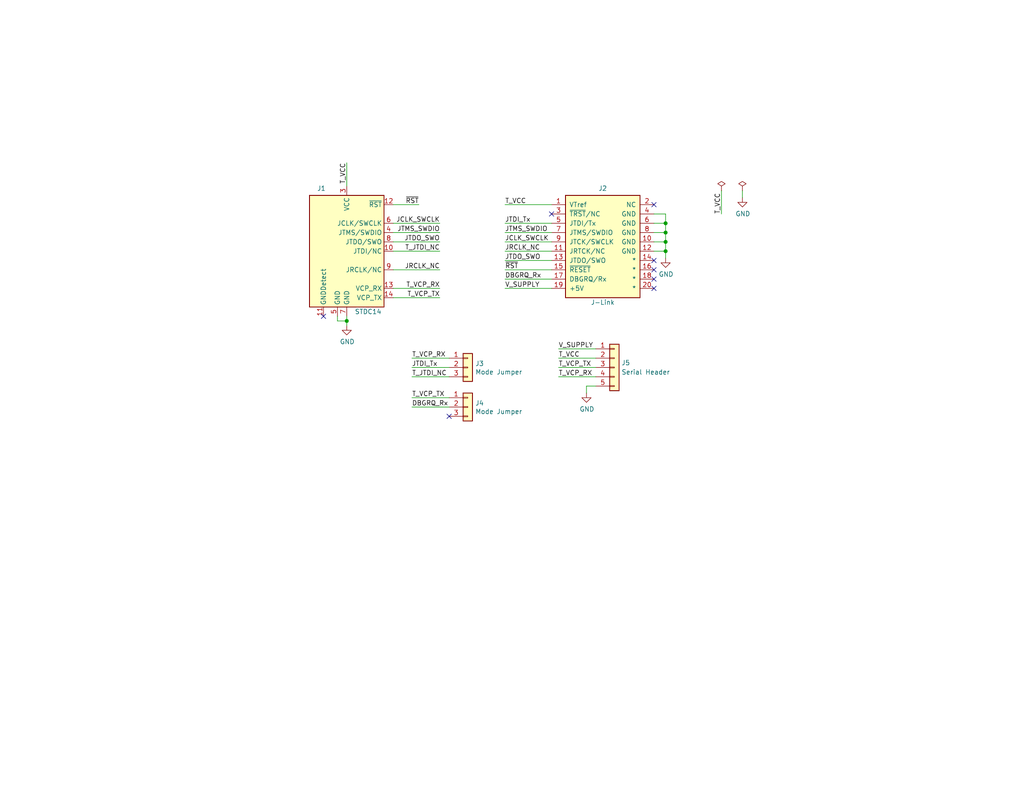
<source format=kicad_sch>
(kicad_sch (version 20211123) (generator eeschema)
  (paper "USLetter")
  (title_block (title "Segger J-Link to STDC14 Adapter") (date "2021-09-29"))
  (lib_symbols
    (symbol "Connector_Generic:Conn_01x03" (pin_names (offset 1.016) hide)
      (property "Reference" "J" (at 0 5.08 0))
      (property "Value" "Conn_01x03" (at 0 -5.08 0))
      (symbol "Conn_01x03_1_1"
        (rectangle (start -1.27 -2.413) (end 0 -2.667) (stroke (width 0.1524)))
        (rectangle (start -1.27 0.127) (end 0 -0.127) (stroke (width 0.1524)))
        (rectangle (start -1.27 2.667) (end 0 2.413) (stroke (width 0.1524)))
        (rectangle (start -1.27 3.81) (end 1.27 -3.81) (stroke (width 0.254)) (fill (type background)))
        (pin passive line (at -5.08 2.54 0) (length 3.81) (name "Pin_1") (number "1"))
        (pin passive line (at -5.08 0 0) (length 3.81) (name "Pin_2") (number "2"))
        (pin passive line (at -5.08 -2.54 0) (length 3.81) (name "Pin_3") (number "3"))
      )
    )
    (symbol "Connector_Generic:Conn_01x05" (pin_names (offset 1.016) hide)
      (property "Reference" "J" (at 0 7.62 0))
      (property "Value" "Conn_01x05" (at 0 -7.62 0))
      (symbol "Conn_01x05_1_1"
        (rectangle (start -1.27 -4.953) (end 0 -5.207) (stroke (width 0.1524)))
        (rectangle (start -1.27 -2.413) (end 0 -2.667) (stroke (width 0.1524)))
        (rectangle (start -1.27 0.127) (end 0 -0.127) (stroke (width 0.1524)))
        (rectangle (start -1.27 2.667) (end 0 2.413) (stroke (width 0.1524)))
        (rectangle (start -1.27 5.207) (end 0 4.953) (stroke (width 0.1524)))
        (rectangle (start -1.27 6.35) (end 1.27 -6.35) (stroke (width 0.254)) (fill (type background)))
        (pin passive line (at -5.08 5.08 0) (length 3.81) (name "Pin_1") (number "1"))
        (pin passive line (at -5.08 2.54 0) (length 3.81) (name "Pin_2") (number "2"))
        (pin passive line (at -5.08 0 0) (length 3.81) (name "Pin_3") (number "3"))
        (pin passive line (at -5.08 -2.54 0) (length 3.81) (name "Pin_4") (number "4"))
        (pin passive line (at -5.08 -5.08 0) (length 3.81) (name "Pin_5") (number "5"))
      )
    )
    (symbol "Project:Conn_JLink" (pin_names (offset 1.016))
      (property "Reference" "J" (at 0 13.97 0))
      (property "Value" "Conn_JLink" (at 0 -16.51 0))
      (symbol "Conn_JLink_1_1"
        (rectangle (start -10.16 12.7) (end 10.16 -15.24) (stroke (width 0.254)) (fill (type background)))
        (pin passive line (at -13.97 10.16 0) (length 3.81) (name "VTref") (number "1"))
        (pin power_in line (at 13.97 0 180) (length 3.81) (name "GND") (number "10"))
        (pin passive line (at -13.97 -2.54 0) (length 3.81) (name "JRTCK/NC") (number "11"))
        (pin power_in line (at 13.97 -2.54 180) (length 3.81) (name "GND") (number "12"))
        (pin passive line (at -13.97 -5.08 0) (length 3.81) (name "JTDO/SWO") (number "13"))
        (pin passive line (at 13.97 -5.08 180) (length 3.81) (name "*") (number "14"))
        (pin passive line (at -13.97 -7.62 0) (length 3.81) (name "~{RESET}") (number "15"))
        (pin passive line (at 13.97 -7.62 180) (length 3.81) (name "*") (number "16"))
        (pin passive line (at -13.97 -10.16 0) (length 3.81) (name "DBGRQ/Rx") (number "17"))
        (pin passive line (at 13.97 -10.16 180) (length 3.81) (name "*") (number "18"))
        (pin power_out line (at -13.97 -12.7 0) (length 3.81) (name "+5V") (number "19"))
        (pin passive line (at 13.97 10.16 180) (length 3.81) (name "NC") (number "2"))
        (pin passive line (at 13.97 -12.7 180) (length 3.81) (name "*") (number "20"))
        (pin passive line (at -13.97 7.62 0) (length 3.81) (name "~{TRST}/NC") (number "3"))
        (pin power_in line (at 13.97 7.62 180) (length 3.81) (name "GND") (number "4"))
        (pin passive line (at -13.97 5.08 0) (length 3.81) (name "JTDI/Tx") (number "5"))
        (pin power_in line (at 13.97 5.08 180) (length 3.81) (name "GND") (number "6"))
        (pin passive line (at -13.97 2.54 0) (length 3.81) (name "JTMS/SWDIO") (number "7"))
        (pin power_in line (at 13.97 2.54 180) (length 3.81) (name "GND") (number "8"))
        (pin passive line (at -13.97 0 0) (length 3.81) (name "JTCK/SWCLK") (number "9"))
      )
    )
    (symbol "Project:Conn_ST_STDC14"
      (property "Reference" "J" (at -8.89 16.51 0))
      (property "Value" "Conn_ST_STDC14" (at 17.78 16.51 0))
      (symbol "Conn_ST_STDC14_0_1"
        (rectangle (start -10.16 15.24) (end 10.16 -15.24) (stroke (width 0.254)) (fill (type background)))
      )
      (symbol "Conn_ST_STDC14_1_1"
        (pin no_connect line (at -10.16 5.08 0) (length 2.54) hide (name "NC") (number "1"))
        (pin output line (at 12.7 0 180) (length 2.54) (name "JTDI/NC") (number "10"))
        (pin passive line (at -6.35 -17.78 90) (length 2.54) (name "GNDDetect") (number "11"))
        (pin open_collector line (at 12.7 12.7 180) (length 2.54) (name "~{RST}") (number "12"))
        (pin output line (at 12.7 -10.16 180) (length 2.54) (name "VCP_RX") (number "13"))
        (pin input line (at 12.7 -12.7 180) (length 2.54) (name "VCP_TX") (number "14"))
        (pin no_connect line (at -10.16 2.54 0) (length 2.54) hide (name "NC") (number "2"))
        (pin power_in line (at 0 17.78 270) (length 2.54) (name "VCC") (number "3"))
        (pin bidirectional line (at 12.7 5.08 180) (length 2.54) (name "JTMS/SWDIO") (number "4"))
        (pin power_in line (at -2.54 -17.78 90) (length 2.54) (name "GND") (number "5"))
        (pin output line (at 12.7 7.62 180) (length 2.54) (name "JCLK/SWCLK") (number "6"))
        (pin power_in line (at 0 -17.78 90) (length 2.54) (name "GND") (number "7"))
        (pin input line (at 12.7 2.54 180) (length 2.54) (name "JTDO/SWO") (number "8"))
        (pin input line (at 12.7 -5.08 180) (length 2.54) (name "JRCLK/NC") (number "9"))
      )
    )
    (symbol "power:GND" (power) (pin_names (offset 0))
      (property "Value" "GND" (at 0 -3.81 0))
      (symbol "GND_0_1"
        (polyline (pts (xy 0 0) (xy 0 -1.27) (xy 1.27 -1.27) (xy 0 -2.54) (xy -1.27 -1.27) (xy 0 -1.27)))
      )
      (symbol "GND_1_1"
        (pin power_in line (at 0 0 270) (length 0) hide (name "GND") (number "1"))
      )
    )
    (symbol "power:PWR_FLAG" (power) (pin_numbers hide) (pin_names (offset 0) hide)
      (property "Value" "PWR_FLAG" (at 0 3.81 0))
      (symbol "PWR_FLAG_0_0"
        (pin power_out line (at 0 0 90) (length 0) (name "pwr") (number "1"))
      )
      (symbol "PWR_FLAG_0_1"
        (polyline (pts (xy 0 0) (xy 0 1.27) (xy -1.016 1.905) (xy 0 2.54) (xy 1.016 1.905) (xy 0 1.27)))
      )
    )
  )
  (junction (at 94.615 87.63))
  (junction (at 181.61 66.04))
  (junction (at 181.61 63.5))
  (junction (at 181.61 68.58))
  (junction (at 181.61 60.96))
  (no_connect (at 122.555 113.665))
  (no_connect (at 178.435 55.88))
  (no_connect (at 178.435 73.66))
  (no_connect (at 178.435 76.2))
  (no_connect (at 178.435 78.74))
  (no_connect (at 178.435 71.12))
  (no_connect (at 150.495 58.42))
  (no_connect (at 88.265 86.36))
  (wire (pts (xy 137.795 55.88) (xy 150.495 55.88)))
  (wire (pts (xy 94.615 86.36) (xy 94.615 87.63)))
  (wire (pts (xy 92.075 86.36) (xy 92.075 87.63)))
  (wire (pts (xy 152.4 100.33) (xy 162.56 100.33)))
  (wire (pts (xy 137.795 76.2) (xy 150.495 76.2)))
  (wire (pts (xy 178.435 58.42) (xy 181.61 58.42)))
  (wire (pts (xy 152.4 97.79) (xy 162.56 97.79)))
  (wire (pts (xy 178.435 68.58) (xy 181.61 68.58)))
  (wire (pts (xy 178.435 66.04) (xy 181.61 66.04)))
  (wire (pts (xy 107.315 68.58) (xy 120.015 68.58)))
  (wire (pts (xy 178.435 60.96) (xy 181.61 60.96)))
  (wire (pts (xy 112.395 111.125) (xy 122.555 111.125)))
  (wire (pts (xy 137.795 71.12) (xy 150.495 71.12)))
  (wire (pts (xy 181.61 66.04) (xy 181.61 68.58)))
  (wire (pts (xy 92.075 87.63) (xy 94.615 87.63)))
  (wire (pts (xy 137.795 73.66) (xy 150.495 73.66)))
  (wire (pts (xy 112.395 100.33) (xy 122.555 100.33)))
  (wire (pts (xy 120.015 78.74) (xy 107.315 78.74)))
  (wire (pts (xy 137.795 60.96) (xy 150.495 60.96)))
  (wire (pts (xy 150.495 63.5) (xy 137.795 63.5)))
  (wire (pts (xy 178.435 63.5) (xy 181.61 63.5)))
  (wire (pts (xy 181.61 68.58) (xy 181.61 70.485)))
  (wire (pts (xy 94.615 44.45) (xy 94.615 50.8)))
  (wire (pts (xy 202.565 52.07) (xy 202.565 53.975)))
  (wire (pts (xy 94.615 87.63) (xy 94.615 88.9)))
  (wire (pts (xy 120.015 81.28) (xy 107.315 81.28)))
  (wire (pts (xy 107.315 66.04) (xy 120.015 66.04)))
  (wire (pts (xy 112.395 97.79) (xy 122.555 97.79)))
  (wire (pts (xy 160.02 105.41) (xy 160.02 107.315)))
  (wire (pts (xy 137.795 78.74) (xy 150.495 78.74)))
  (wire (pts (xy 152.4 102.87) (xy 162.56 102.87)))
  (wire (pts (xy 107.315 55.88) (xy 114.3 55.88)))
  (wire (pts (xy 196.85 52.07) (xy 196.85 58.42)))
  (wire (pts (xy 112.395 108.585) (xy 122.555 108.585)))
  (wire (pts (xy 120.015 73.66) (xy 107.315 73.66)))
  (wire (pts (xy 150.495 66.04) (xy 137.795 66.04)))
  (wire (pts (xy 107.315 60.96) (xy 120.015 60.96)))
  (wire (pts (xy 112.395 102.87) (xy 122.555 102.87)))
  (wire (pts (xy 150.495 68.58) (xy 137.795 68.58)))
  (wire (pts (xy 181.61 63.5) (xy 181.61 66.04)))
  (wire (pts (xy 162.56 105.41) (xy 160.02 105.41)))
  (wire (pts (xy 181.61 58.42) (xy 181.61 60.96)))
  (wire (pts (xy 181.61 60.96) (xy 181.61 63.5)))
  (wire (pts (xy 120.015 63.5) (xy 107.315 63.5)))
  (wire (pts (xy 152.4 95.25) (xy 162.56 95.25)))
  (label "T_VCP_TX" (at 120.015 81.28 180))
  (label "~{RST}" (at 114.3 55.88 180))
  (label "JTDI_Tx" (at 112.395 100.33 0))
  (label "JTDO_SWO" (at 137.795 71.12 0))
  (label "JCLK_SWCLK" (at 137.795 66.04 0))
  (label "DBGRQ_Rx" (at 112.395 111.125 0))
  (label "T_VCC" (at 137.795 55.88 0))
  (label "T_VCC" (at 152.4 97.79 0))
  (label "V_SUPPLY" (at 137.795 78.74 0))
  (label "JTMS_SWDIO" (at 137.795 63.5 0))
  (label "JRCLK_NC" (at 137.795 68.58 0))
  (label "JTDO_SWO" (at 120.015 66.04 180))
  (label "V_SUPPLY" (at 152.4 95.25 0))
  (label "T_JTDI_NC" (at 120.015 68.58 180))
  (label "T_VCP_TX" (at 152.4 100.33 0))
  (label "T_JTDI_NC" (at 112.395 102.87 0))
  (label "T_VCC" (at 196.85 58.42 90))
  (label "JTDI_Tx" (at 137.795 60.96 0))
  (label "T_VCP_RX" (at 120.015 78.74 180))
  (label "~{RST}" (at 137.795 73.66 0))
  (label "JCLK_SWCLK" (at 120.015 60.96 180))
  (label "T_VCC" (at 94.615 44.45 270))
  (label "T_VCP_RX" (at 112.395 97.79 0))
  (label "DBGRQ_Rx" (at 137.795 76.2 0))
  (label "JRCLK_NC" (at 120.015 73.66 180))
  (label "T_VCP_RX" (at 152.4 102.87 0))
  (label "JTMS_SWDIO" (at 120.015 63.5 180))
  (label "T_VCP_TX" (at 112.395 108.585 0))
  (symbol (lib_id "Project:Conn_ST_STDC14") (at 94.615 68.58 0) (unit 1)
    (property "Reference" "J1" (at 88.9 51.435 0) (effects (justify right)))
    (property "Value" "STDC14" (at 104.14 85.09 0) (effects (justify right)))
    (property "Footprint" "lib_fp:Samtec_FTSH-107-01-L-DV-K-A_2x07_P1.27mm" (effects hide))
    (property "Datasheet" "https://www.st.com/content/ccc/resource/technical/document/user_manual/group1/99/49/91/b6/b2/3a/46/e5/DM00526767/files/DM00526767.pdf/jcr:content/translations/en.DM00526767.pdf" (effects hide))
    (property "Description" "CONN HEADER SMD 14POS 1.27MM" (effects hide))
    (property "Manufacturer" "Samtec Inc." (effects hide))
    (property "Manufacturer PN" "FTSH-107-01-L-DV-K-A" (effects hide))
    (property "Supplier" "Digi-Key" (effects hide))
    (property "Supplier PN" "FTSH-107-01-L-DV-K-A-ND" (effects hide))
  )
  (symbol (lib_id "power:GND") (at 181.61 70.485 0) (unit 1)
    (property "Reference" "#PWR0101" (effects hide))
    (property "Value" "GND" (at 181.737 74.8792 0))
  )
  (symbol (lib_id "Connector_Generic:Conn_01x03") (at 127.635 111.125 0) (unit 1)
    (property "Reference" "J4" (at 129.667 110.0582 0) (effects (justify left)))
    (property "Value" "Mode Jumper" (at 129.667 112.3696 0) (effects (justify left)))
    (property "Footprint" "Connector_PinHeader_2.54mm:PinHeader_1x03_P2.54mm_Vertical" (effects hide))
  )
  (symbol (lib_id "Project:Conn_JLink") (at 164.465 66.04 0) (unit 1)
    (property "Reference" "J2" (at 164.465 51.435 0))
    (property "Value" "J-Link" (at 164.465 82.55 0))
    (property "Footprint" "lib_fp:PinSocket_2x10_P2.54mm_Horizontal_Overhang" (effects hide))
    (property "Datasheet" "https://s3.amazonaws.com/catalogspreads-pdf/PAGE123%20.100%20SFH11%20SERIES%20FEMALE%20HDR%20ST%20RA.pdf" (effects hide))
    (property "Description" "CONN HDR 20POS 0.1 GOLD PCB R/A" (effects hide))
    (property "Manufacturer" "Sullins Connector Solutions" (effects hide))
    (property "Manufacturer PN" "SFH11-PBPC-D10-RA-BK" (effects hide))
    (property "Supplier" "Digi-Key" (effects hide))
    (property "Supplier PN" "S9205-ND" (effects hide))
  )
  (symbol (lib_id "power:GND") (at 94.615 88.9 0) (unit 1)
    (property "Reference" "#PWR0102" (effects hide))
    (property "Value" "GND" (at 94.742 93.2942 0))
  )
  (symbol (lib_id "Connector_Generic:Conn_01x03") (at 127.635 100.33 0) (unit 1)
    (property "Reference" "J3" (at 129.667 99.2632 0) (effects (justify left)))
    (property "Value" "Mode Jumper" (at 129.667 101.5746 0) (effects (justify left)))
    (property "Footprint" "Connector_PinHeader_2.54mm:PinHeader_1x03_P2.54mm_Vertical" (effects hide))
  )
  (symbol (lib_id "power:PWR_FLAG") (at 196.85 52.07 0) (unit 1)
    (property "Reference" "#FLG0101" (effects hide))
    (property "Value" "PWR_FLAG" (effects hide))
  )
  (symbol (lib_id "power:PWR_FLAG") (at 202.565 52.07 0) (unit 1)
    (property "Reference" "#FLG0102" (effects hide))
    (property "Value" "PWR_FLAG" (effects hide))
  )
  (symbol (lib_id "power:GND") (at 202.565 53.975 0) (unit 1)
    (property "Reference" "#PWR0103" (effects hide))
    (property "Value" "GND" (at 202.692 58.3692 0))
  )
  (symbol (lib_id "Connector_Generic:Conn_01x05") (at 167.64 100.33 0) (unit 1)
    (property "Reference" "J5" (at 169.545 99.06 0) (effects (justify left)))
    (property "Value" "Serial Header" (at 169.545 101.6 0) (effects (justify left)))
    (property "Footprint" "Connector_PinHeader_2.54mm:PinHeader_1x05_P2.54mm_Vertical" (effects hide))
  )
  (symbol (lib_id "power:GND") (at 160.02 107.315 0) (unit 1)
    (property "Reference" "#PWR?" (effects hide))
    (property "Value" "GND" (at 160.147 111.7092 0))
  )
)
</source>
